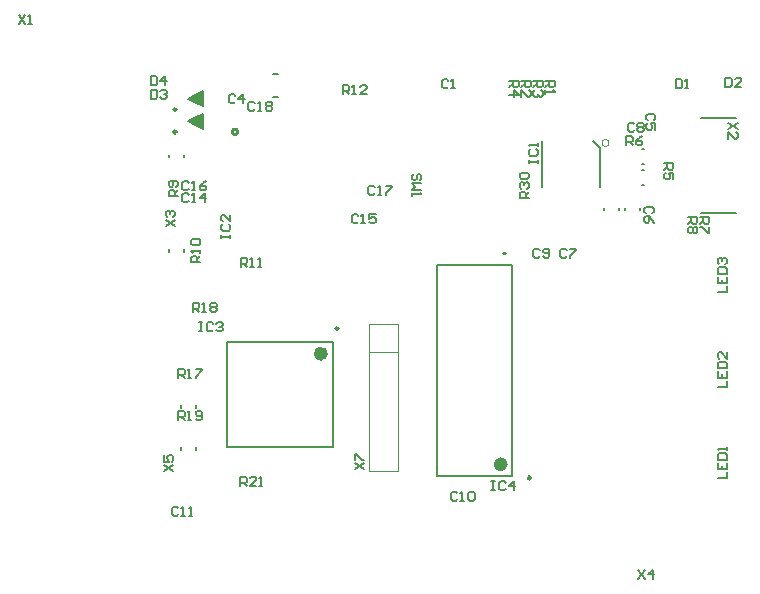
<source format=gto>
G04 Layer_Color=65535*
%FSLAX25Y25*%
%MOIN*%
G70*
G01*
G75*
%ADD29C,0.01000*%
%ADD51C,0.00000*%
%ADD52C,0.00984*%
%ADD53C,0.02362*%
%ADD54C,0.00197*%
%ADD55C,0.00787*%
%ADD56C,0.00500*%
%ADD57C,0.00591*%
G36*
X215000Y252500D02*
X210000Y255000D01*
X215000Y257500D01*
Y252500D01*
D02*
G37*
G36*
Y260000D02*
X210000Y262500D01*
X215000Y265000D01*
Y260000D01*
D02*
G37*
D29*
X226484Y251500D02*
G03*
X226484Y251500I-984J0D01*
G01*
X206000Y259000D02*
G03*
X206000Y259000I-500J0D01*
G01*
Y251500D02*
G03*
X206000Y251500I-500J0D01*
G01*
X315000Y211000D02*
X315500D01*
D51*
X350200Y247800D02*
G03*
X350200Y247800I-1200J0D01*
G01*
D52*
X324102Y136153D02*
G03*
X324102Y136153I-492J0D01*
G01*
X259988Y186047D02*
G03*
X259988Y186047I-492J0D01*
G01*
D53*
X315244Y140701D02*
G03*
X315244Y140701I-1181J0D01*
G01*
X255264Y177583D02*
G03*
X255264Y177583I-1181J0D01*
G01*
D54*
X270079Y178000D02*
X279921D01*
X270079Y187370D02*
X279921D01*
X270079Y138630D02*
Y187370D01*
Y138630D02*
X279921D01*
Y187370D01*
D55*
X361106Y240839D02*
X361894D01*
X361106Y245761D02*
X361894D01*
X361106Y233839D02*
X361894D01*
X361106Y238761D02*
X361894D01*
X380720Y256048D02*
X392531D01*
X380720Y224552D02*
X392531D01*
X353461Y225406D02*
Y226194D01*
X348539Y225406D02*
Y226194D01*
X238213Y270740D02*
X239787D01*
X238213Y263260D02*
X239787D01*
X318000Y136764D02*
Y207236D01*
X293000Y136764D02*
Y207236D01*
Y136764D02*
X318000D01*
X293000Y207236D02*
X318000D01*
X360461Y225406D02*
Y226194D01*
X355539Y225406D02*
Y226194D01*
X222980Y146480D02*
Y181520D01*
X258020Y146480D02*
Y181520D01*
X222980Y146480D02*
X258020D01*
X222980Y181520D02*
X258020D01*
X203539Y211606D02*
Y212394D01*
X208461Y211606D02*
Y212394D01*
X203539Y243106D02*
Y243894D01*
X208461Y243106D02*
Y243894D01*
X210000Y262500D02*
X215000Y260000D01*
Y265000D01*
X210000Y262500D02*
X215000Y265000D01*
X210000Y255000D02*
X215000Y252500D01*
Y257500D01*
X210000Y255000D02*
X215000Y257500D01*
X212461Y145606D02*
Y146394D01*
X207539Y145606D02*
Y146394D01*
X212461Y159606D02*
Y160394D01*
X207539Y159606D02*
Y160394D01*
D56*
X327800Y233100D02*
Y248500D01*
X344694D02*
X347200Y245994D01*
Y233100D02*
Y245994D01*
D57*
X211500Y191500D02*
Y194649D01*
X213074D01*
X213599Y194124D01*
Y193074D01*
X213074Y192550D01*
X211500D01*
X212549D02*
X213599Y191500D01*
X214649D02*
X215698D01*
X215173D01*
Y194649D01*
X214649Y194124D01*
X217272D02*
X217797Y194649D01*
X218847D01*
X219372Y194124D01*
Y193599D01*
X218847Y193074D01*
X219372Y192550D01*
Y192025D01*
X218847Y191500D01*
X217797D01*
X217272Y192025D01*
Y192550D01*
X217797Y193074D01*
X217272Y193599D01*
Y194124D01*
X217797Y193074D02*
X218847D01*
X220851Y216000D02*
Y217050D01*
Y216525D01*
X224000D01*
Y216000D01*
Y217050D01*
X221376Y220723D02*
X220851Y220198D01*
Y219149D01*
X221376Y218624D01*
X223475D01*
X224000Y219149D01*
Y220198D01*
X223475Y220723D01*
X224000Y223871D02*
Y221772D01*
X221901Y223871D01*
X221376D01*
X220851Y223347D01*
Y222297D01*
X221376Y221772D01*
X311000Y135149D02*
X312050D01*
X311525D01*
Y132000D01*
X311000D01*
X312050D01*
X315723Y134624D02*
X315198Y135149D01*
X314149D01*
X313624Y134624D01*
Y132525D01*
X314149Y132000D01*
X315198D01*
X315723Y132525D01*
X318347Y132000D02*
Y135149D01*
X316772Y133574D01*
X318871D01*
X323500Y229500D02*
X320351D01*
Y231074D01*
X320876Y231599D01*
X321926D01*
X322450Y231074D01*
Y229500D01*
Y230550D02*
X323500Y231599D01*
X320876Y232649D02*
X320351Y233173D01*
Y234223D01*
X320876Y234748D01*
X321401D01*
X321926Y234223D01*
Y233698D01*
Y234223D01*
X322450Y234748D01*
X322975D01*
X323500Y234223D01*
Y233173D01*
X322975Y232649D01*
X320876Y235797D02*
X320351Y236322D01*
Y237371D01*
X320876Y237896D01*
X322975D01*
X323500Y237371D01*
Y236322D01*
X322975Y235797D01*
X320876D01*
X287124Y235401D02*
X287649Y235926D01*
Y236975D01*
X287124Y237500D01*
X286599D01*
X286074Y236975D01*
Y235926D01*
X285549Y235401D01*
X285025D01*
X284500Y235926D01*
Y236975D01*
X285025Y237500D01*
X287649Y234351D02*
X284500D01*
X285549Y233302D01*
X284500Y232252D01*
X287649D01*
X284500Y231203D02*
Y230153D01*
Y230678D01*
X287649D01*
X287124Y231203D01*
X386351Y198000D02*
X389500D01*
Y200099D01*
X386351Y203248D02*
Y201149D01*
X389500D01*
Y203248D01*
X387926Y201149D02*
Y202198D01*
X386351Y204297D02*
X389500D01*
Y205872D01*
X388975Y206396D01*
X386876D01*
X386351Y205872D01*
Y204297D01*
X386876Y207446D02*
X386351Y207970D01*
Y209020D01*
X386876Y209545D01*
X387401D01*
X387926Y209020D01*
Y208495D01*
Y209020D01*
X388451Y209545D01*
X388975D01*
X389500Y209020D01*
Y207970D01*
X388975Y207446D01*
X386351Y166500D02*
X389500D01*
Y168599D01*
X386351Y171748D02*
Y169649D01*
X389500D01*
Y171748D01*
X387926Y169649D02*
Y170698D01*
X386351Y172797D02*
X389500D01*
Y174372D01*
X388975Y174896D01*
X386876D01*
X386351Y174372D01*
Y172797D01*
X389500Y178045D02*
Y175946D01*
X387401Y178045D01*
X386876D01*
X386351Y177520D01*
Y176470D01*
X386876Y175946D01*
X386351Y136000D02*
X389500D01*
Y138099D01*
X386351Y141248D02*
Y139149D01*
X389500D01*
Y141248D01*
X387926Y139149D02*
Y140198D01*
X386351Y142297D02*
X389500D01*
Y143871D01*
X388975Y144396D01*
X386876D01*
X386351Y143871D01*
Y142297D01*
X389500Y145446D02*
Y146495D01*
Y145970D01*
X386351D01*
X386876Y145446D01*
X201851Y138500D02*
X205000Y140599D01*
X201851D02*
X205000Y138500D01*
X201851Y143748D02*
Y141649D01*
X203426D01*
X202901Y142698D01*
Y143223D01*
X203426Y143748D01*
X204475D01*
X205000Y143223D01*
Y142173D01*
X204475Y141649D01*
X202351Y220000D02*
X205500Y222099D01*
X202351D02*
X205500Y220000D01*
X202876Y223149D02*
X202351Y223673D01*
Y224723D01*
X202876Y225248D01*
X203401D01*
X203926Y224723D01*
Y224198D01*
Y224723D01*
X204450Y225248D01*
X204975D01*
X205500Y224723D01*
Y223673D01*
X204975Y223149D01*
X213500Y188149D02*
X214549D01*
X214025D01*
Y185000D01*
X213500D01*
X214549D01*
X218223Y187624D02*
X217698Y188149D01*
X216649D01*
X216124Y187624D01*
Y185525D01*
X216649Y185000D01*
X217698D01*
X218223Y185525D01*
X219272Y187624D02*
X219797Y188149D01*
X220847D01*
X221372Y187624D01*
Y187099D01*
X220847Y186574D01*
X220322D01*
X220847D01*
X221372Y186049D01*
Y185525D01*
X220847Y185000D01*
X219797D01*
X219272Y185525D01*
X389000Y269649D02*
Y266500D01*
X390574D01*
X391099Y267025D01*
Y269124D01*
X390574Y269649D01*
X389000D01*
X394248Y266500D02*
X392149D01*
X394248Y268599D01*
Y269124D01*
X393723Y269649D01*
X392673D01*
X392149Y269124D01*
X372429Y269149D02*
Y266000D01*
X374003D01*
X374528Y266525D01*
Y268624D01*
X374003Y269149D01*
X372429D01*
X375578Y266000D02*
X376627D01*
X376102D01*
Y269149D01*
X375578Y268624D01*
X393149Y254500D02*
X390000Y252401D01*
X393149D02*
X390000Y254500D01*
Y249252D02*
Y251351D01*
X392099Y249252D01*
X392624D01*
X393149Y249777D01*
Y250827D01*
X392624Y251351D01*
X360000Y105649D02*
X362099Y102500D01*
Y105649D02*
X360000Y102500D01*
X364723D02*
Y105649D01*
X363149Y104074D01*
X365248D01*
X153500Y290649D02*
X155599Y287500D01*
Y290649D02*
X153500Y287500D01*
X156649D02*
X157698D01*
X157173D01*
Y290649D01*
X156649Y290124D01*
X317000Y268500D02*
X320149D01*
Y266926D01*
X319624Y266401D01*
X318574D01*
X318050Y266926D01*
Y268500D01*
Y267450D02*
X317000Y266401D01*
Y263777D02*
X320149D01*
X318574Y265351D01*
Y263252D01*
X321000Y268500D02*
X324149D01*
Y266926D01*
X323624Y266401D01*
X322574D01*
X322049Y266926D01*
Y268500D01*
Y267450D02*
X321000Y266401D01*
Y263252D02*
Y265351D01*
X323099Y263252D01*
X323624D01*
X324149Y263777D01*
Y264827D01*
X323624Y265351D01*
X325000Y268500D02*
X328149D01*
Y266926D01*
X327624Y266401D01*
X326574D01*
X326049Y266926D01*
Y268500D01*
Y267450D02*
X325000Y266401D01*
X327624Y265351D02*
X328149Y264827D01*
Y263777D01*
X327624Y263252D01*
X327099D01*
X326574Y263777D01*
Y264302D01*
Y263777D01*
X326049Y263252D01*
X325525D01*
X325000Y263777D01*
Y264827D01*
X325525Y265351D01*
X329000Y268500D02*
X332149D01*
Y266926D01*
X331624Y266401D01*
X330574D01*
X330049Y266926D01*
Y268500D01*
Y267450D02*
X329000Y266401D01*
Y265351D02*
Y264302D01*
Y264827D01*
X332149D01*
X331624Y265351D01*
X261500Y264000D02*
Y267149D01*
X263074D01*
X263599Y266624D01*
Y265574D01*
X263074Y265050D01*
X261500D01*
X262549D02*
X263599Y264000D01*
X264649D02*
X265698D01*
X265173D01*
Y267149D01*
X264649Y266624D01*
X269372Y264000D02*
X267272D01*
X269372Y266099D01*
Y266624D01*
X268847Y267149D01*
X267797D01*
X267272Y266624D01*
X227500Y206500D02*
Y209649D01*
X229074D01*
X229599Y209124D01*
Y208074D01*
X229074Y207550D01*
X227500D01*
X228550D02*
X229599Y206500D01*
X230649D02*
X231698D01*
X231173D01*
Y209649D01*
X230649Y209124D01*
X233272Y206500D02*
X234322D01*
X233797D01*
Y209649D01*
X233272Y209124D01*
X214000Y208000D02*
X210851D01*
Y209574D01*
X211376Y210099D01*
X212426D01*
X212950Y209574D01*
Y208000D01*
Y209050D02*
X214000Y210099D01*
Y211149D02*
Y212198D01*
Y211673D01*
X210851D01*
X211376Y211149D01*
Y213772D02*
X210851Y214297D01*
Y215347D01*
X211376Y215872D01*
X213475D01*
X214000Y215347D01*
Y214297D01*
X213475Y213772D01*
X211376D01*
X376500Y223000D02*
X379649D01*
Y221426D01*
X379124Y220901D01*
X378074D01*
X377550Y221426D01*
Y223000D01*
Y221951D02*
X376500Y220901D01*
X379124Y219851D02*
X379649Y219327D01*
Y218277D01*
X379124Y217752D01*
X378599D01*
X378074Y218277D01*
X377550Y217752D01*
X377025D01*
X376500Y218277D01*
Y219327D01*
X377025Y219851D01*
X377550D01*
X378074Y219327D01*
X378599Y219851D01*
X379124D01*
X378074Y219327D02*
Y218277D01*
X380500Y223000D02*
X383649D01*
Y221426D01*
X383124Y220901D01*
X382074D01*
X381550Y221426D01*
Y223000D01*
Y221951D02*
X380500Y220901D01*
X383649Y219851D02*
Y217752D01*
X383124D01*
X381025Y219851D01*
X380500D01*
X206500Y230000D02*
X203351D01*
Y231574D01*
X203876Y232099D01*
X204926D01*
X205451Y231574D01*
Y230000D01*
Y231049D02*
X206500Y232099D01*
X205975Y233149D02*
X206500Y233673D01*
Y234723D01*
X205975Y235248D01*
X203876D01*
X203351Y234723D01*
Y233673D01*
X203876Y233149D01*
X204401D01*
X204926Y233673D01*
Y235248D01*
X368500Y241000D02*
X371649D01*
Y239426D01*
X371124Y238901D01*
X370074D01*
X369549Y239426D01*
Y241000D01*
Y239950D02*
X368500Y238901D01*
X371649Y235752D02*
Y237851D01*
X370074D01*
X370599Y236802D01*
Y236277D01*
X370074Y235752D01*
X369025D01*
X368500Y236277D01*
Y237327D01*
X369025Y237851D01*
X356000Y247000D02*
Y250149D01*
X357574D01*
X358099Y249624D01*
Y248574D01*
X357574Y248049D01*
X356000D01*
X357049D02*
X358099Y247000D01*
X361248Y250149D02*
X360198Y249624D01*
X359149Y248574D01*
Y247525D01*
X359673Y247000D01*
X360723D01*
X361248Y247525D01*
Y248049D01*
X360723Y248574D01*
X359149D01*
X323351Y241000D02*
Y242050D01*
Y241525D01*
X326500D01*
Y241000D01*
Y242050D01*
X323876Y245723D02*
X323351Y245198D01*
Y244149D01*
X323876Y243624D01*
X325975D01*
X326500Y244149D01*
Y245198D01*
X325975Y245723D01*
X326500Y246772D02*
Y247822D01*
Y247297D01*
X323351D01*
X323876Y246772D01*
X197500Y270149D02*
Y267000D01*
X199074D01*
X199599Y267525D01*
Y269624D01*
X199074Y270149D01*
X197500D01*
X202223Y267000D02*
Y270149D01*
X200649Y268574D01*
X202748D01*
X197500Y265649D02*
Y262500D01*
X199074D01*
X199599Y263025D01*
Y265124D01*
X199074Y265649D01*
X197500D01*
X200649Y265124D02*
X201173Y265649D01*
X202223D01*
X202748Y265124D01*
Y264599D01*
X202223Y264074D01*
X201698D01*
X202223D01*
X202748Y263549D01*
Y263025D01*
X202223Y262500D01*
X201173D01*
X200649Y263025D01*
X365124Y255401D02*
X365649Y255926D01*
Y256975D01*
X365124Y257500D01*
X363025D01*
X362500Y256975D01*
Y255926D01*
X363025Y255401D01*
X365649Y252252D02*
Y254351D01*
X364074D01*
X364599Y253302D01*
Y252777D01*
X364074Y252252D01*
X363025D01*
X362500Y252777D01*
Y253827D01*
X363025Y254351D01*
X364624Y224401D02*
X365149Y224926D01*
Y225975D01*
X364624Y226500D01*
X362525D01*
X362000Y225975D01*
Y224926D01*
X362525Y224401D01*
X365149Y221252D02*
X364624Y222302D01*
X363574Y223351D01*
X362525D01*
X362000Y222827D01*
Y221777D01*
X362525Y221252D01*
X363050D01*
X363574Y221777D01*
Y223351D01*
X232099Y261124D02*
X231574Y261649D01*
X230525D01*
X230000Y261124D01*
Y259025D01*
X230525Y258500D01*
X231574D01*
X232099Y259025D01*
X233149Y258500D02*
X234198D01*
X233673D01*
Y261649D01*
X233149Y261124D01*
X235772D02*
X236297Y261649D01*
X237347D01*
X237872Y261124D01*
Y260599D01*
X237347Y260074D01*
X237872Y259549D01*
Y259025D01*
X237347Y258500D01*
X236297D01*
X235772Y259025D01*
Y259549D01*
X236297Y260074D01*
X235772Y260599D01*
Y261124D01*
X236297Y260074D02*
X237347D01*
X210099Y230624D02*
X209574Y231149D01*
X208525D01*
X208000Y230624D01*
Y228525D01*
X208525Y228000D01*
X209574D01*
X210099Y228525D01*
X211149Y228000D02*
X212198D01*
X211673D01*
Y231149D01*
X211149Y230624D01*
X215347Y228000D02*
Y231149D01*
X213772Y229574D01*
X215872D01*
X266599Y223624D02*
X266074Y224149D01*
X265025D01*
X264500Y223624D01*
Y221525D01*
X265025Y221000D01*
X266074D01*
X266599Y221525D01*
X267649Y221000D02*
X268698D01*
X268173D01*
Y224149D01*
X267649Y223624D01*
X272372Y224149D02*
X270272D01*
Y222574D01*
X271322Y223099D01*
X271847D01*
X272372Y222574D01*
Y221525D01*
X271847Y221000D01*
X270797D01*
X270272Y221525D01*
X210099Y234624D02*
X209574Y235149D01*
X208525D01*
X208000Y234624D01*
Y232525D01*
X208525Y232000D01*
X209574D01*
X210099Y232525D01*
X211149Y232000D02*
X212198D01*
X211673D01*
Y235149D01*
X211149Y234624D01*
X215872Y235149D02*
X214822Y234624D01*
X213772Y233574D01*
Y232525D01*
X214297Y232000D01*
X215347D01*
X215872Y232525D01*
Y233050D01*
X215347Y233574D01*
X213772D01*
X272099Y233124D02*
X271574Y233649D01*
X270525D01*
X270000Y233124D01*
Y231025D01*
X270525Y230500D01*
X271574D01*
X272099Y231025D01*
X273149Y230500D02*
X274198D01*
X273673D01*
Y233649D01*
X273149Y233124D01*
X275772Y233649D02*
X277871D01*
Y233124D01*
X275772Y231025D01*
Y230500D01*
X296599Y268624D02*
X296074Y269149D01*
X295025D01*
X294500Y268624D01*
Y266525D01*
X295025Y266000D01*
X296074D01*
X296599Y266525D01*
X297649Y266000D02*
X298698D01*
X298173D01*
Y269149D01*
X297649Y268624D01*
X206599Y126124D02*
X206074Y126649D01*
X205025D01*
X204500Y126124D01*
Y124025D01*
X205025Y123500D01*
X206074D01*
X206599Y124025D01*
X207649Y123500D02*
X208698D01*
X208173D01*
Y126649D01*
X207649Y126124D01*
X210272Y123500D02*
X211322D01*
X210797D01*
Y126649D01*
X210272Y126124D01*
X299599Y131124D02*
X299074Y131649D01*
X298025D01*
X297500Y131124D01*
Y129025D01*
X298025Y128500D01*
X299074D01*
X299599Y129025D01*
X300649Y128500D02*
X301698D01*
X301173D01*
Y131649D01*
X300649Y131124D01*
X303272D02*
X303797Y131649D01*
X304847D01*
X305371Y131124D01*
Y129025D01*
X304847Y128500D01*
X303797D01*
X303272Y129025D01*
Y131124D01*
X225599Y263624D02*
X225074Y264149D01*
X224025D01*
X223500Y263624D01*
Y261525D01*
X224025Y261000D01*
X225074D01*
X225599Y261525D01*
X228223Y261000D02*
Y264149D01*
X226649Y262574D01*
X228748D01*
X327099Y212124D02*
X326574Y212649D01*
X325525D01*
X325000Y212124D01*
Y210025D01*
X325525Y209500D01*
X326574D01*
X327099Y210025D01*
X328149D02*
X328673Y209500D01*
X329723D01*
X330248Y210025D01*
Y212124D01*
X329723Y212649D01*
X328673D01*
X328149Y212124D01*
Y211599D01*
X328673Y211074D01*
X330248D01*
X358599Y254124D02*
X358074Y254649D01*
X357025D01*
X356500Y254124D01*
Y252025D01*
X357025Y251500D01*
X358074D01*
X358599Y252025D01*
X359649Y254124D02*
X360173Y254649D01*
X361223D01*
X361748Y254124D01*
Y253599D01*
X361223Y253074D01*
X361748Y252550D01*
Y252025D01*
X361223Y251500D01*
X360173D01*
X359649Y252025D01*
Y252550D01*
X360173Y253074D01*
X359649Y253599D01*
Y254124D01*
X360173Y253074D02*
X361223D01*
X336099Y212124D02*
X335574Y212649D01*
X334525D01*
X334000Y212124D01*
Y210025D01*
X334525Y209500D01*
X335574D01*
X336099Y210025D01*
X337149Y212649D02*
X339248D01*
Y212124D01*
X337149Y210025D01*
Y209500D01*
X265351Y139000D02*
X268500Y141099D01*
X265351D02*
X268500Y139000D01*
X265351Y142149D02*
Y144248D01*
X265876D01*
X267975Y142149D01*
X268500D01*
X206600Y155400D02*
Y158549D01*
X208174D01*
X208699Y158024D01*
Y156974D01*
X208174Y156449D01*
X206600D01*
X207649D02*
X208699Y155400D01*
X209749D02*
X210798D01*
X210273D01*
Y158549D01*
X209749Y158024D01*
X212372Y155925D02*
X212897Y155400D01*
X213947D01*
X214472Y155925D01*
Y158024D01*
X213947Y158549D01*
X212897D01*
X212372Y158024D01*
Y157499D01*
X212897Y156974D01*
X214472D01*
X206600Y169400D02*
Y172549D01*
X208174D01*
X208699Y172024D01*
Y170974D01*
X208174Y170449D01*
X206600D01*
X207649D02*
X208699Y169400D01*
X209749D02*
X210798D01*
X210273D01*
Y172549D01*
X209749Y172024D01*
X212372Y172549D02*
X214472D01*
Y172024D01*
X212372Y169925D01*
Y169400D01*
X227321Y133381D02*
Y136530D01*
X228896D01*
X229420Y136005D01*
Y134955D01*
X228896Y134431D01*
X227321D01*
X228371D02*
X229420Y133381D01*
X232569D02*
X230470D01*
X232569Y135480D01*
Y136005D01*
X232044Y136530D01*
X230995D01*
X230470Y136005D01*
X233618Y133381D02*
X234668D01*
X234143D01*
Y136530D01*
X233618Y136005D01*
M02*

</source>
